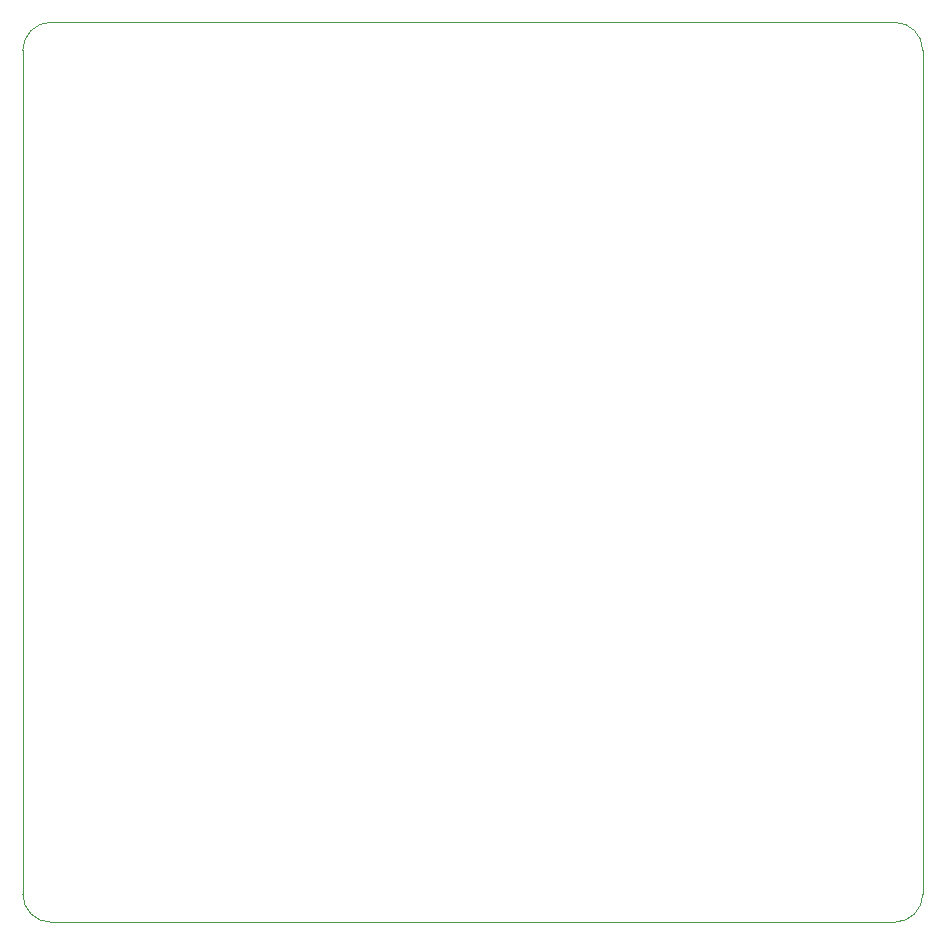
<source format=gm1>
G04 #@! TF.GenerationSoftware,KiCad,Pcbnew,5.1.4+dfsg1-1*
G04 #@! TF.CreationDate,2020-03-28T17:09:33+01:00*
G04 #@! TF.ProjectId,roni4x4ortho,726f6e69-3478-4346-9f72-74686f2e6b69,rev?*
G04 #@! TF.SameCoordinates,Original*
G04 #@! TF.FileFunction,Profile,NP*
%FSLAX46Y46*%
G04 Gerber Fmt 4.6, Leading zero omitted, Abs format (unit mm)*
G04 Created by KiCad (PCBNEW 5.1.4+dfsg1-1) date 2020-03-28 17:09:33*
%MOMM*%
%LPD*%
G04 APERTURE LIST*
%ADD10C,0.050000*%
G04 APERTURE END LIST*
D10*
X147628200Y-15080300D02*
X147628200Y-86513300D01*
X71433000Y-15080300D02*
G75*
G02X73814100Y-12699200I2381100J0D01*
G01*
X73814100Y-88894400D02*
G75*
G02X71433000Y-86513300I0J2381100D01*
G01*
X147628200Y-86513300D02*
G75*
G02X145247100Y-88894400I-2381100J0D01*
G01*
X145247100Y-12699200D02*
G75*
G02X147628200Y-15080300I0J-2381100D01*
G01*
X73814100Y-12699200D02*
X145247100Y-12699200D01*
X71433000Y-86513300D02*
X71433000Y-15080300D01*
X145247100Y-88894400D02*
X73814100Y-88894400D01*
M02*

</source>
